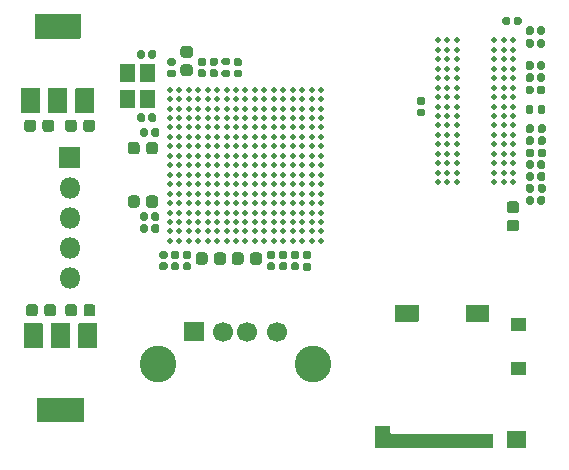
<source format=gbr>
%TF.GenerationSoftware,KiCad,Pcbnew,(5.1.7)-1*%
%TF.CreationDate,2021-06-10T10:44:12-07:00*%
%TF.ProjectId,Keychain,4b657963-6861-4696-9e2e-6b696361645f,rev?*%
%TF.SameCoordinates,Original*%
%TF.FileFunction,Soldermask,Top*%
%TF.FilePolarity,Negative*%
%FSLAX46Y46*%
G04 Gerber Fmt 4.6, Leading zero omitted, Abs format (unit mm)*
G04 Created by KiCad (PCBNEW (5.1.7)-1) date 2021-06-10 10:44:12*
%MOMM*%
%LPD*%
G01*
G04 APERTURE LIST*
%ADD10C,0.500000*%
%ADD11C,1.700000*%
%ADD12C,3.100000*%
%ADD13O,1.800000X1.800000*%
%ADD14C,0.100000*%
G04 APERTURE END LIST*
D10*
%TO.C,U1*%
X146281500Y-90524000D03*
X145481500Y-90524000D03*
X144681500Y-90524000D03*
X143881500Y-90524000D03*
X143081500Y-90524000D03*
X142281500Y-90524000D03*
X141481500Y-90524000D03*
X140681500Y-90524000D03*
X139881500Y-90524000D03*
X139081500Y-90524000D03*
X138281500Y-90524000D03*
X137481500Y-90524000D03*
X136681500Y-90524000D03*
X135881500Y-90524000D03*
X135081500Y-90524000D03*
X134281500Y-90524000D03*
X133481500Y-90524000D03*
X146281500Y-89724000D03*
X145481500Y-89724000D03*
X144681500Y-89724000D03*
X143881500Y-89724000D03*
X143081500Y-89724000D03*
X142281500Y-89724000D03*
X141481500Y-89724000D03*
X140681500Y-89724000D03*
X139881500Y-89724000D03*
X139081500Y-89724000D03*
X138281500Y-89724000D03*
X137481500Y-89724000D03*
X136681500Y-89724000D03*
X135881500Y-89724000D03*
X135081500Y-89724000D03*
X134281500Y-89724000D03*
X133481500Y-89724000D03*
X146281500Y-88924000D03*
X145481500Y-88924000D03*
X144681500Y-88924000D03*
X143881500Y-88924000D03*
X143081500Y-88924000D03*
X142281500Y-88924000D03*
X141481500Y-88924000D03*
X140681500Y-88924000D03*
X139881500Y-88924000D03*
X139081500Y-88924000D03*
X138281500Y-88924000D03*
X137481500Y-88924000D03*
X136681500Y-88924000D03*
X135881500Y-88924000D03*
X135081500Y-88924000D03*
X134281500Y-88924000D03*
X133481500Y-88924000D03*
X146281500Y-88124000D03*
X145481500Y-88124000D03*
X144681500Y-88124000D03*
X143881500Y-88124000D03*
X143081500Y-88124000D03*
X142281500Y-88124000D03*
X141481500Y-88124000D03*
X140681500Y-88124000D03*
X139881500Y-88124000D03*
X139081500Y-88124000D03*
X138281500Y-88124000D03*
X137481500Y-88124000D03*
X136681500Y-88124000D03*
X135881500Y-88124000D03*
X135081500Y-88124000D03*
X134281500Y-88124000D03*
X133481500Y-88124000D03*
X146281500Y-87324000D03*
X145481500Y-87324000D03*
X144681500Y-87324000D03*
X143881500Y-87324000D03*
X143081500Y-87324000D03*
X142281500Y-87324000D03*
X141481500Y-87324000D03*
X140681500Y-87324000D03*
X139881500Y-87324000D03*
X139081500Y-87324000D03*
X138281500Y-87324000D03*
X137481500Y-87324000D03*
X136681500Y-87324000D03*
X135881500Y-87324000D03*
X135081500Y-87324000D03*
X134281500Y-87324000D03*
X133481500Y-87324000D03*
X146281500Y-86524000D03*
X145481500Y-86524000D03*
X144681500Y-86524000D03*
X143881500Y-86524000D03*
X143081500Y-86524000D03*
X142281500Y-86524000D03*
X141481500Y-86524000D03*
X140681500Y-86524000D03*
X139881500Y-86524000D03*
X139081500Y-86524000D03*
X138281500Y-86524000D03*
X137481500Y-86524000D03*
X136681500Y-86524000D03*
X135881500Y-86524000D03*
X135081500Y-86524000D03*
X134281500Y-86524000D03*
X133481500Y-86524000D03*
X146281500Y-85724000D03*
X145481500Y-85724000D03*
X144681500Y-85724000D03*
X143881500Y-85724000D03*
X143081500Y-85724000D03*
X142281500Y-85724000D03*
X141481500Y-85724000D03*
X140681500Y-85724000D03*
X139881500Y-85724000D03*
X139081500Y-85724000D03*
X138281500Y-85724000D03*
X137481500Y-85724000D03*
X136681500Y-85724000D03*
X135881500Y-85724000D03*
X135081500Y-85724000D03*
X134281500Y-85724000D03*
X133481500Y-85724000D03*
X146281500Y-84924000D03*
X145481500Y-84924000D03*
X144681500Y-84924000D03*
X143881500Y-84924000D03*
X143081500Y-84924000D03*
X142281500Y-84924000D03*
X141481500Y-84924000D03*
X140681500Y-84924000D03*
X139881500Y-84924000D03*
X139081500Y-84924000D03*
X138281500Y-84924000D03*
X137481500Y-84924000D03*
X136681500Y-84924000D03*
X135881500Y-84924000D03*
X135081500Y-84924000D03*
X134281500Y-84924000D03*
X133481500Y-84924000D03*
X146281500Y-84124000D03*
X145481500Y-84124000D03*
X144681500Y-84124000D03*
X143881500Y-84124000D03*
X143081500Y-84124000D03*
X142281500Y-84124000D03*
X141481500Y-84124000D03*
X140681500Y-84124000D03*
X139881500Y-84124000D03*
X139081500Y-84124000D03*
X138281500Y-84124000D03*
X137481500Y-84124000D03*
X136681500Y-84124000D03*
X135881500Y-84124000D03*
X135081500Y-84124000D03*
X134281500Y-84124000D03*
X133481500Y-84124000D03*
X146281500Y-83324000D03*
X145481500Y-83324000D03*
X144681500Y-83324000D03*
X143881500Y-83324000D03*
X143081500Y-83324000D03*
X142281500Y-83324000D03*
X141481500Y-83324000D03*
X140681500Y-83324000D03*
X139881500Y-83324000D03*
X139081500Y-83324000D03*
X138281500Y-83324000D03*
X137481500Y-83324000D03*
X136681500Y-83324000D03*
X135881500Y-83324000D03*
X135081500Y-83324000D03*
X134281500Y-83324000D03*
X133481500Y-83324000D03*
X146281500Y-82524000D03*
X145481500Y-82524000D03*
X144681500Y-82524000D03*
X143881500Y-82524000D03*
X143081500Y-82524000D03*
X142281500Y-82524000D03*
X141481500Y-82524000D03*
X140681500Y-82524000D03*
X139881500Y-82524000D03*
X139081500Y-82524000D03*
X138281500Y-82524000D03*
X137481500Y-82524000D03*
X136681500Y-82524000D03*
X135881500Y-82524000D03*
X135081500Y-82524000D03*
X134281500Y-82524000D03*
X133481500Y-82524000D03*
X146281500Y-81724000D03*
X145481500Y-81724000D03*
X144681500Y-81724000D03*
X143881500Y-81724000D03*
X143081500Y-81724000D03*
X142281500Y-81724000D03*
X141481500Y-81724000D03*
X140681500Y-81724000D03*
X139881500Y-81724000D03*
X139081500Y-81724000D03*
X138281500Y-81724000D03*
X137481500Y-81724000D03*
X136681500Y-81724000D03*
X135881500Y-81724000D03*
X135081500Y-81724000D03*
X134281500Y-81724000D03*
X133481500Y-81724000D03*
X146281500Y-80924000D03*
X145481500Y-80924000D03*
X144681500Y-80924000D03*
X143881500Y-80924000D03*
X143081500Y-80924000D03*
X142281500Y-80924000D03*
X141481500Y-80924000D03*
X140681500Y-80924000D03*
X139881500Y-80924000D03*
X139081500Y-80924000D03*
X138281500Y-80924000D03*
X137481500Y-80924000D03*
X136681500Y-80924000D03*
X135881500Y-80924000D03*
X135081500Y-80924000D03*
X134281500Y-80924000D03*
X133481500Y-80924000D03*
X146281500Y-80124000D03*
X145481500Y-80124000D03*
X144681500Y-80124000D03*
X143881500Y-80124000D03*
X143081500Y-80124000D03*
X142281500Y-80124000D03*
X141481500Y-80124000D03*
X140681500Y-80124000D03*
X139881500Y-80124000D03*
X139081500Y-80124000D03*
X138281500Y-80124000D03*
X137481500Y-80124000D03*
X136681500Y-80124000D03*
X135881500Y-80124000D03*
X135081500Y-80124000D03*
X134281500Y-80124000D03*
X133481500Y-80124000D03*
X146281500Y-79324000D03*
X145481500Y-79324000D03*
X144681500Y-79324000D03*
X143881500Y-79324000D03*
X143081500Y-79324000D03*
X142281500Y-79324000D03*
X141481500Y-79324000D03*
X140681500Y-79324000D03*
X139881500Y-79324000D03*
X139081500Y-79324000D03*
X138281500Y-79324000D03*
X137481500Y-79324000D03*
X136681500Y-79324000D03*
X135881500Y-79324000D03*
X135081500Y-79324000D03*
X134281500Y-79324000D03*
X133481500Y-79324000D03*
X146281500Y-78524000D03*
X145481500Y-78524000D03*
X144681500Y-78524000D03*
X143881500Y-78524000D03*
X143081500Y-78524000D03*
X142281500Y-78524000D03*
X141481500Y-78524000D03*
X140681500Y-78524000D03*
X139881500Y-78524000D03*
X139081500Y-78524000D03*
X138281500Y-78524000D03*
X137481500Y-78524000D03*
X136681500Y-78524000D03*
X135881500Y-78524000D03*
X135081500Y-78524000D03*
X134281500Y-78524000D03*
X133481500Y-78524000D03*
X146281500Y-77724000D03*
X145481500Y-77724000D03*
X144681500Y-77724000D03*
X143881500Y-77724000D03*
X143081500Y-77724000D03*
X142281500Y-77724000D03*
X141481500Y-77724000D03*
X140681500Y-77724000D03*
X139881500Y-77724000D03*
X139081500Y-77724000D03*
X138281500Y-77724000D03*
X137481500Y-77724000D03*
X136681500Y-77724000D03*
X135881500Y-77724000D03*
X135081500Y-77724000D03*
X134281500Y-77724000D03*
X133481500Y-77724000D03*
%TD*%
%TO.C,C27*%
G36*
G01*
X164600000Y-87295000D02*
X164600000Y-86905000D01*
G75*
G02*
X164765000Y-86740000I165000J0D01*
G01*
X165095000Y-86740000D01*
G75*
G02*
X165260000Y-86905000I0J-165000D01*
G01*
X165260000Y-87295000D01*
G75*
G02*
X165095000Y-87460000I-165000J0D01*
G01*
X164765000Y-87460000D01*
G75*
G02*
X164600000Y-87295000I0J165000D01*
G01*
G37*
G36*
G01*
X163640000Y-87295000D02*
X163640000Y-86905000D01*
G75*
G02*
X163805000Y-86740000I165000J0D01*
G01*
X164135000Y-86740000D01*
G75*
G02*
X164300000Y-86905000I0J-165000D01*
G01*
X164300000Y-87295000D01*
G75*
G02*
X164135000Y-87460000I-165000J0D01*
G01*
X163805000Y-87460000D01*
G75*
G02*
X163640000Y-87295000I0J165000D01*
G01*
G37*
%TD*%
%TO.C,Y1*%
G36*
G01*
X130975000Y-75550000D02*
X132175000Y-75550000D01*
G75*
G02*
X132225000Y-75600000I0J-50000D01*
G01*
X132225000Y-77000000D01*
G75*
G02*
X132175000Y-77050000I-50000J0D01*
G01*
X130975000Y-77050000D01*
G75*
G02*
X130925000Y-77000000I0J50000D01*
G01*
X130925000Y-75600000D01*
G75*
G02*
X130975000Y-75550000I50000J0D01*
G01*
G37*
G36*
G01*
X130975000Y-77750000D02*
X132175000Y-77750000D01*
G75*
G02*
X132225000Y-77800000I0J-50000D01*
G01*
X132225000Y-79200000D01*
G75*
G02*
X132175000Y-79250000I-50000J0D01*
G01*
X130975000Y-79250000D01*
G75*
G02*
X130925000Y-79200000I0J50000D01*
G01*
X130925000Y-77800000D01*
G75*
G02*
X130975000Y-77750000I50000J0D01*
G01*
G37*
G36*
G01*
X129275000Y-77750000D02*
X130475000Y-77750000D01*
G75*
G02*
X130525000Y-77800000I0J-50000D01*
G01*
X130525000Y-79200000D01*
G75*
G02*
X130475000Y-79250000I-50000J0D01*
G01*
X129275000Y-79250000D01*
G75*
G02*
X129225000Y-79200000I0J50000D01*
G01*
X129225000Y-77800000D01*
G75*
G02*
X129275000Y-77750000I50000J0D01*
G01*
G37*
G36*
G01*
X129275000Y-75550000D02*
X130475000Y-75550000D01*
G75*
G02*
X130525000Y-75600000I0J-50000D01*
G01*
X130525000Y-77000000D01*
G75*
G02*
X130475000Y-77050000I-50000J0D01*
G01*
X129275000Y-77050000D01*
G75*
G02*
X129225000Y-77000000I0J50000D01*
G01*
X129225000Y-75600000D01*
G75*
G02*
X129275000Y-75550000I50000J0D01*
G01*
G37*
%TD*%
%TO.C,U4*%
G36*
G01*
X122425000Y-79700000D02*
X120925000Y-79700000D01*
G75*
G02*
X120875000Y-79650000I0J50000D01*
G01*
X120875000Y-77650000D01*
G75*
G02*
X120925000Y-77600000I50000J0D01*
G01*
X122425000Y-77600000D01*
G75*
G02*
X122475000Y-77650000I0J-50000D01*
G01*
X122475000Y-79650000D01*
G75*
G02*
X122425000Y-79700000I-50000J0D01*
G01*
G37*
G36*
G01*
X127025000Y-79700000D02*
X125525000Y-79700000D01*
G75*
G02*
X125475000Y-79650000I0J50000D01*
G01*
X125475000Y-77650000D01*
G75*
G02*
X125525000Y-77600000I50000J0D01*
G01*
X127025000Y-77600000D01*
G75*
G02*
X127075000Y-77650000I0J-50000D01*
G01*
X127075000Y-79650000D01*
G75*
G02*
X127025000Y-79700000I-50000J0D01*
G01*
G37*
G36*
G01*
X124725000Y-79700000D02*
X123225000Y-79700000D01*
G75*
G02*
X123175000Y-79650000I0J50000D01*
G01*
X123175000Y-77650000D01*
G75*
G02*
X123225000Y-77600000I50000J0D01*
G01*
X124725000Y-77600000D01*
G75*
G02*
X124775000Y-77650000I0J-50000D01*
G01*
X124775000Y-79650000D01*
G75*
G02*
X124725000Y-79700000I-50000J0D01*
G01*
G37*
G36*
G01*
X125875000Y-73400000D02*
X122075000Y-73400000D01*
G75*
G02*
X122025000Y-73350000I0J50000D01*
G01*
X122025000Y-71350000D01*
G75*
G02*
X122075000Y-71300000I50000J0D01*
G01*
X125875000Y-71300000D01*
G75*
G02*
X125925000Y-71350000I0J-50000D01*
G01*
X125925000Y-73350000D01*
G75*
G02*
X125875000Y-73400000I-50000J0D01*
G01*
G37*
%TD*%
%TO.C,U3*%
G36*
G01*
X125775000Y-97500000D02*
X127275000Y-97500000D01*
G75*
G02*
X127325000Y-97550000I0J-50000D01*
G01*
X127325000Y-99550000D01*
G75*
G02*
X127275000Y-99600000I-50000J0D01*
G01*
X125775000Y-99600000D01*
G75*
G02*
X125725000Y-99550000I0J50000D01*
G01*
X125725000Y-97550000D01*
G75*
G02*
X125775000Y-97500000I50000J0D01*
G01*
G37*
G36*
G01*
X121175000Y-97500000D02*
X122675000Y-97500000D01*
G75*
G02*
X122725000Y-97550000I0J-50000D01*
G01*
X122725000Y-99550000D01*
G75*
G02*
X122675000Y-99600000I-50000J0D01*
G01*
X121175000Y-99600000D01*
G75*
G02*
X121125000Y-99550000I0J50000D01*
G01*
X121125000Y-97550000D01*
G75*
G02*
X121175000Y-97500000I50000J0D01*
G01*
G37*
G36*
G01*
X123475000Y-97500000D02*
X124975000Y-97500000D01*
G75*
G02*
X125025000Y-97550000I0J-50000D01*
G01*
X125025000Y-99550000D01*
G75*
G02*
X124975000Y-99600000I-50000J0D01*
G01*
X123475000Y-99600000D01*
G75*
G02*
X123425000Y-99550000I0J50000D01*
G01*
X123425000Y-97550000D01*
G75*
G02*
X123475000Y-97500000I50000J0D01*
G01*
G37*
G36*
G01*
X122325000Y-103800000D02*
X126125000Y-103800000D01*
G75*
G02*
X126175000Y-103850000I0J-50000D01*
G01*
X126175000Y-105850000D01*
G75*
G02*
X126125000Y-105900000I-50000J0D01*
G01*
X122325000Y-105900000D01*
G75*
G02*
X122275000Y-105850000I0J50000D01*
G01*
X122275000Y-103850000D01*
G75*
G02*
X122325000Y-103800000I50000J0D01*
G01*
G37*
%TD*%
%TO.C,R8*%
G36*
G01*
X164285000Y-81840000D02*
X164285000Y-82260000D01*
G75*
G02*
X164125000Y-82420000I-160000J0D01*
G01*
X163805000Y-82420000D01*
G75*
G02*
X163645000Y-82260000I0J160000D01*
G01*
X163645000Y-81840000D01*
G75*
G02*
X163805000Y-81680000I160000J0D01*
G01*
X164125000Y-81680000D01*
G75*
G02*
X164285000Y-81840000I0J-160000D01*
G01*
G37*
G36*
G01*
X165305000Y-81840000D02*
X165305000Y-82260000D01*
G75*
G02*
X165145000Y-82420000I-160000J0D01*
G01*
X164825000Y-82420000D01*
G75*
G02*
X164665000Y-82260000I0J160000D01*
G01*
X164665000Y-81840000D01*
G75*
G02*
X164825000Y-81680000I160000J0D01*
G01*
X165145000Y-81680000D01*
G75*
G02*
X165305000Y-81840000I0J-160000D01*
G01*
G37*
%TD*%
%TO.C,R4*%
G36*
G01*
X138015000Y-76040000D02*
X138435000Y-76040000D01*
G75*
G02*
X138595000Y-76200000I0J-160000D01*
G01*
X138595000Y-76520000D01*
G75*
G02*
X138435000Y-76680000I-160000J0D01*
G01*
X138015000Y-76680000D01*
G75*
G02*
X137855000Y-76520000I0J160000D01*
G01*
X137855000Y-76200000D01*
G75*
G02*
X138015000Y-76040000I160000J0D01*
G01*
G37*
G36*
G01*
X138015000Y-75020000D02*
X138435000Y-75020000D01*
G75*
G02*
X138595000Y-75180000I0J-160000D01*
G01*
X138595000Y-75500000D01*
G75*
G02*
X138435000Y-75660000I-160000J0D01*
G01*
X138015000Y-75660000D01*
G75*
G02*
X137855000Y-75500000I0J160000D01*
G01*
X137855000Y-75180000D01*
G75*
G02*
X138015000Y-75020000I160000J0D01*
G01*
G37*
%TD*%
%TO.C,R3*%
G36*
G01*
X164665000Y-81235000D02*
X164665000Y-80815000D01*
G75*
G02*
X164825000Y-80655000I160000J0D01*
G01*
X165145000Y-80655000D01*
G75*
G02*
X165305000Y-80815000I0J-160000D01*
G01*
X165305000Y-81235000D01*
G75*
G02*
X165145000Y-81395000I-160000J0D01*
G01*
X164825000Y-81395000D01*
G75*
G02*
X164665000Y-81235000I0J160000D01*
G01*
G37*
G36*
G01*
X163645000Y-81235000D02*
X163645000Y-80815000D01*
G75*
G02*
X163805000Y-80655000I160000J0D01*
G01*
X164125000Y-80655000D01*
G75*
G02*
X164285000Y-80815000I0J-160000D01*
G01*
X164285000Y-81235000D01*
G75*
G02*
X164125000Y-81395000I-160000J0D01*
G01*
X163805000Y-81395000D01*
G75*
G02*
X163645000Y-81235000I0J160000D01*
G01*
G37*
%TD*%
%TO.C,R1*%
G36*
G01*
X144890000Y-92415000D02*
X145310000Y-92415000D01*
G75*
G02*
X145470000Y-92575000I0J-160000D01*
G01*
X145470000Y-92895000D01*
G75*
G02*
X145310000Y-93055000I-160000J0D01*
G01*
X144890000Y-93055000D01*
G75*
G02*
X144730000Y-92895000I0J160000D01*
G01*
X144730000Y-92575000D01*
G75*
G02*
X144890000Y-92415000I160000J0D01*
G01*
G37*
G36*
G01*
X144890000Y-91395000D02*
X145310000Y-91395000D01*
G75*
G02*
X145470000Y-91555000I0J-160000D01*
G01*
X145470000Y-91875000D01*
G75*
G02*
X145310000Y-92035000I-160000J0D01*
G01*
X144890000Y-92035000D01*
G75*
G02*
X144730000Y-91875000I0J160000D01*
G01*
X144730000Y-91555000D01*
G75*
G02*
X144890000Y-91395000I160000J0D01*
G01*
G37*
%TD*%
D11*
%TO.C,J3*%
X142525000Y-98200000D03*
X140025000Y-98200000D03*
X138025000Y-98200000D03*
G36*
G01*
X134675000Y-98950000D02*
X134675000Y-97450000D01*
G75*
G02*
X134725000Y-97400000I50000J0D01*
G01*
X136325000Y-97400000D01*
G75*
G02*
X136375000Y-97450000I0J-50000D01*
G01*
X136375000Y-98950000D01*
G75*
G02*
X136325000Y-99000000I-50000J0D01*
G01*
X134725000Y-99000000D01*
G75*
G02*
X134675000Y-98950000I0J50000D01*
G01*
G37*
D12*
X145595000Y-100910000D03*
X132455000Y-100910000D03*
%TD*%
D13*
%TO.C,J2*%
X125000000Y-93635000D03*
X125000000Y-91095000D03*
X125000000Y-88555000D03*
X125000000Y-86015000D03*
G36*
G01*
X124100000Y-84325000D02*
X124100000Y-82625000D01*
G75*
G02*
X124150000Y-82575000I50000J0D01*
G01*
X125850000Y-82575000D01*
G75*
G02*
X125900000Y-82625000I0J-50000D01*
G01*
X125900000Y-84325000D01*
G75*
G02*
X125850000Y-84375000I-50000J0D01*
G01*
X124150000Y-84375000D01*
G75*
G02*
X124100000Y-84325000I0J50000D01*
G01*
G37*
%TD*%
%TO.C,J1*%
G36*
G01*
X154545000Y-95975000D02*
X154545000Y-97325000D01*
G75*
G02*
X154495000Y-97375000I-50000J0D01*
G01*
X152595000Y-97375000D01*
G75*
G02*
X152545000Y-97325000I0J50000D01*
G01*
X152545000Y-95975000D01*
G75*
G02*
X152595000Y-95925000I50000J0D01*
G01*
X154495000Y-95925000D01*
G75*
G02*
X154545000Y-95975000I0J-50000D01*
G01*
G37*
G36*
G01*
X160515000Y-95975000D02*
X160515000Y-97325000D01*
G75*
G02*
X160465000Y-97375000I-50000J0D01*
G01*
X158565000Y-97375000D01*
G75*
G02*
X158515000Y-97325000I0J50000D01*
G01*
X158515000Y-95975000D01*
G75*
G02*
X158565000Y-95925000I50000J0D01*
G01*
X160465000Y-95925000D01*
G75*
G02*
X160515000Y-95975000I0J-50000D01*
G01*
G37*
G36*
G01*
X163665000Y-100825000D02*
X163665000Y-101825000D01*
G75*
G02*
X163615000Y-101875000I-50000J0D01*
G01*
X162415000Y-101875000D01*
G75*
G02*
X162365000Y-101825000I0J50000D01*
G01*
X162365000Y-100825000D01*
G75*
G02*
X162415000Y-100775000I50000J0D01*
G01*
X163615000Y-100775000D01*
G75*
G02*
X163665000Y-100825000I0J-50000D01*
G01*
G37*
G36*
G01*
X163665000Y-97125000D02*
X163665000Y-98125000D01*
G75*
G02*
X163615000Y-98175000I-50000J0D01*
G01*
X162415000Y-98175000D01*
G75*
G02*
X162365000Y-98125000I0J50000D01*
G01*
X162365000Y-97125000D01*
G75*
G02*
X162415000Y-97075000I50000J0D01*
G01*
X163615000Y-97075000D01*
G75*
G02*
X163665000Y-97125000I0J-50000D01*
G01*
G37*
G36*
G01*
X163665000Y-106675000D02*
X163665000Y-108025000D01*
G75*
G02*
X163615000Y-108075000I-50000J0D01*
G01*
X162065000Y-108075000D01*
G75*
G02*
X162015000Y-108025000I0J50000D01*
G01*
X162015000Y-106675000D01*
G75*
G02*
X162065000Y-106625000I50000J0D01*
G01*
X163615000Y-106625000D01*
G75*
G02*
X163665000Y-106675000I0J-50000D01*
G01*
G37*
G36*
G01*
X152155000Y-106225000D02*
X152155000Y-108025000D01*
G75*
G02*
X152105000Y-108075000I-50000J0D01*
G01*
X150935000Y-108075000D01*
G75*
G02*
X150885000Y-108025000I0J50000D01*
G01*
X150885000Y-106225000D01*
G75*
G02*
X150935000Y-106175000I50000J0D01*
G01*
X152105000Y-106175000D01*
G75*
G02*
X152155000Y-106225000I0J-50000D01*
G01*
G37*
G36*
G01*
X154255000Y-106925000D02*
X154255000Y-108025000D01*
G75*
G02*
X154205000Y-108075000I-50000J0D01*
G01*
X153355000Y-108075000D01*
G75*
G02*
X153305000Y-108025000I0J50000D01*
G01*
X153305000Y-106925000D01*
G75*
G02*
X153355000Y-106875000I50000J0D01*
G01*
X154205000Y-106875000D01*
G75*
G02*
X154255000Y-106925000I0J-50000D01*
G01*
G37*
G36*
G01*
X155355000Y-106925000D02*
X155355000Y-108025000D01*
G75*
G02*
X155305000Y-108075000I-50000J0D01*
G01*
X154455000Y-108075000D01*
G75*
G02*
X154405000Y-108025000I0J50000D01*
G01*
X154405000Y-106925000D01*
G75*
G02*
X154455000Y-106875000I50000J0D01*
G01*
X155305000Y-106875000D01*
G75*
G02*
X155355000Y-106925000I0J-50000D01*
G01*
G37*
G36*
G01*
X156455000Y-106925000D02*
X156455000Y-108025000D01*
G75*
G02*
X156405000Y-108075000I-50000J0D01*
G01*
X155555000Y-108075000D01*
G75*
G02*
X155505000Y-108025000I0J50000D01*
G01*
X155505000Y-106925000D01*
G75*
G02*
X155555000Y-106875000I50000J0D01*
G01*
X156405000Y-106875000D01*
G75*
G02*
X156455000Y-106925000I0J-50000D01*
G01*
G37*
G36*
G01*
X157555000Y-106925000D02*
X157555000Y-108025000D01*
G75*
G02*
X157505000Y-108075000I-50000J0D01*
G01*
X156655000Y-108075000D01*
G75*
G02*
X156605000Y-108025000I0J50000D01*
G01*
X156605000Y-106925000D01*
G75*
G02*
X156655000Y-106875000I50000J0D01*
G01*
X157505000Y-106875000D01*
G75*
G02*
X157555000Y-106925000I0J-50000D01*
G01*
G37*
G36*
G01*
X158655000Y-106925000D02*
X158655000Y-108025000D01*
G75*
G02*
X158605000Y-108075000I-50000J0D01*
G01*
X157755000Y-108075000D01*
G75*
G02*
X157705000Y-108025000I0J50000D01*
G01*
X157705000Y-106925000D01*
G75*
G02*
X157755000Y-106875000I50000J0D01*
G01*
X158605000Y-106875000D01*
G75*
G02*
X158655000Y-106925000I0J-50000D01*
G01*
G37*
G36*
G01*
X159755000Y-106925000D02*
X159755000Y-108025000D01*
G75*
G02*
X159705000Y-108075000I-50000J0D01*
G01*
X158855000Y-108075000D01*
G75*
G02*
X158805000Y-108025000I0J50000D01*
G01*
X158805000Y-106925000D01*
G75*
G02*
X158855000Y-106875000I50000J0D01*
G01*
X159705000Y-106875000D01*
G75*
G02*
X159755000Y-106925000I0J-50000D01*
G01*
G37*
G36*
G01*
X153155000Y-106925000D02*
X153155000Y-108025000D01*
G75*
G02*
X153105000Y-108075000I-50000J0D01*
G01*
X152355000Y-108075000D01*
G75*
G02*
X152305000Y-108025000I0J50000D01*
G01*
X152305000Y-106925000D01*
G75*
G02*
X152355000Y-106875000I50000J0D01*
G01*
X153105000Y-106875000D01*
G75*
G02*
X153155000Y-106925000I0J-50000D01*
G01*
G37*
G36*
G01*
X160855000Y-106925000D02*
X160855000Y-108025000D01*
G75*
G02*
X160805000Y-108075000I-50000J0D01*
G01*
X159955000Y-108075000D01*
G75*
G02*
X159905000Y-108025000I0J50000D01*
G01*
X159905000Y-106925000D01*
G75*
G02*
X159955000Y-106875000I50000J0D01*
G01*
X160805000Y-106875000D01*
G75*
G02*
X160855000Y-106925000I0J-50000D01*
G01*
G37*
%TD*%
%TO.C,C39*%
G36*
G01*
X154945000Y-79025000D02*
X154555000Y-79025000D01*
G75*
G02*
X154390000Y-78860000I0J165000D01*
G01*
X154390000Y-78530000D01*
G75*
G02*
X154555000Y-78365000I165000J0D01*
G01*
X154945000Y-78365000D01*
G75*
G02*
X155110000Y-78530000I0J-165000D01*
G01*
X155110000Y-78860000D01*
G75*
G02*
X154945000Y-79025000I-165000J0D01*
G01*
G37*
G36*
G01*
X154945000Y-79985000D02*
X154555000Y-79985000D01*
G75*
G02*
X154390000Y-79820000I0J165000D01*
G01*
X154390000Y-79490000D01*
G75*
G02*
X154555000Y-79325000I165000J0D01*
G01*
X154945000Y-79325000D01*
G75*
G02*
X155110000Y-79490000I0J-165000D01*
G01*
X155110000Y-79820000D01*
G75*
G02*
X154945000Y-79985000I-165000J0D01*
G01*
G37*
%TD*%
%TO.C,C38*%
G36*
G01*
X164575000Y-75870000D02*
X164575000Y-75480000D01*
G75*
G02*
X164740000Y-75315000I165000J0D01*
G01*
X165070000Y-75315000D01*
G75*
G02*
X165235000Y-75480000I0J-165000D01*
G01*
X165235000Y-75870000D01*
G75*
G02*
X165070000Y-76035000I-165000J0D01*
G01*
X164740000Y-76035000D01*
G75*
G02*
X164575000Y-75870000I0J165000D01*
G01*
G37*
G36*
G01*
X163615000Y-75870000D02*
X163615000Y-75480000D01*
G75*
G02*
X163780000Y-75315000I165000J0D01*
G01*
X164110000Y-75315000D01*
G75*
G02*
X164275000Y-75480000I0J-165000D01*
G01*
X164275000Y-75870000D01*
G75*
G02*
X164110000Y-76035000I-165000J0D01*
G01*
X163780000Y-76035000D01*
G75*
G02*
X163615000Y-75870000I0J165000D01*
G01*
G37*
%TD*%
%TO.C,C37*%
G36*
G01*
X164575000Y-72920000D02*
X164575000Y-72530000D01*
G75*
G02*
X164740000Y-72365000I165000J0D01*
G01*
X165070000Y-72365000D01*
G75*
G02*
X165235000Y-72530000I0J-165000D01*
G01*
X165235000Y-72920000D01*
G75*
G02*
X165070000Y-73085000I-165000J0D01*
G01*
X164740000Y-73085000D01*
G75*
G02*
X164575000Y-72920000I0J165000D01*
G01*
G37*
G36*
G01*
X163615000Y-72920000D02*
X163615000Y-72530000D01*
G75*
G02*
X163780000Y-72365000I165000J0D01*
G01*
X164110000Y-72365000D01*
G75*
G02*
X164275000Y-72530000I0J-165000D01*
G01*
X164275000Y-72920000D01*
G75*
G02*
X164110000Y-73085000I-165000J0D01*
G01*
X163780000Y-73085000D01*
G75*
G02*
X163615000Y-72920000I0J165000D01*
G01*
G37*
%TD*%
%TO.C,C36*%
G36*
G01*
X139445000Y-75725000D02*
X139055000Y-75725000D01*
G75*
G02*
X138890000Y-75560000I0J165000D01*
G01*
X138890000Y-75230000D01*
G75*
G02*
X139055000Y-75065000I165000J0D01*
G01*
X139445000Y-75065000D01*
G75*
G02*
X139610000Y-75230000I0J-165000D01*
G01*
X139610000Y-75560000D01*
G75*
G02*
X139445000Y-75725000I-165000J0D01*
G01*
G37*
G36*
G01*
X139445000Y-76685000D02*
X139055000Y-76685000D01*
G75*
G02*
X138890000Y-76520000I0J165000D01*
G01*
X138890000Y-76190000D01*
G75*
G02*
X139055000Y-76025000I165000J0D01*
G01*
X139445000Y-76025000D01*
G75*
G02*
X139610000Y-76190000I0J-165000D01*
G01*
X139610000Y-76520000D01*
G75*
G02*
X139445000Y-76685000I-165000J0D01*
G01*
G37*
%TD*%
%TO.C,C32*%
G36*
G01*
X131675000Y-74920000D02*
X131675000Y-74530000D01*
G75*
G02*
X131840000Y-74365000I165000J0D01*
G01*
X132170000Y-74365000D01*
G75*
G02*
X132335000Y-74530000I0J-165000D01*
G01*
X132335000Y-74920000D01*
G75*
G02*
X132170000Y-75085000I-165000J0D01*
G01*
X131840000Y-75085000D01*
G75*
G02*
X131675000Y-74920000I0J165000D01*
G01*
G37*
G36*
G01*
X130715000Y-74920000D02*
X130715000Y-74530000D01*
G75*
G02*
X130880000Y-74365000I165000J0D01*
G01*
X131210000Y-74365000D01*
G75*
G02*
X131375000Y-74530000I0J-165000D01*
G01*
X131375000Y-74920000D01*
G75*
G02*
X131210000Y-75085000I-165000J0D01*
G01*
X130880000Y-75085000D01*
G75*
G02*
X130715000Y-74920000I0J165000D01*
G01*
G37*
%TD*%
%TO.C,C30*%
G36*
G01*
X131375000Y-79905000D02*
X131375000Y-80295000D01*
G75*
G02*
X131210000Y-80460000I-165000J0D01*
G01*
X130880000Y-80460000D01*
G75*
G02*
X130715000Y-80295000I0J165000D01*
G01*
X130715000Y-79905000D01*
G75*
G02*
X130880000Y-79740000I165000J0D01*
G01*
X131210000Y-79740000D01*
G75*
G02*
X131375000Y-79905000I0J-165000D01*
G01*
G37*
G36*
G01*
X132335000Y-79905000D02*
X132335000Y-80295000D01*
G75*
G02*
X132170000Y-80460000I-165000J0D01*
G01*
X131840000Y-80460000D01*
G75*
G02*
X131675000Y-80295000I0J165000D01*
G01*
X131675000Y-79905000D01*
G75*
G02*
X131840000Y-79740000I165000J0D01*
G01*
X132170000Y-79740000D01*
G75*
G02*
X132335000Y-79905000I0J-165000D01*
G01*
G37*
%TD*%
%TO.C,C22*%
G36*
G01*
X122150000Y-80500000D02*
X122150000Y-81050000D01*
G75*
G02*
X121900000Y-81300000I-250000J0D01*
G01*
X121400000Y-81300000D01*
G75*
G02*
X121150000Y-81050000I0J250000D01*
G01*
X121150000Y-80500000D01*
G75*
G02*
X121400000Y-80250000I250000J0D01*
G01*
X121900000Y-80250000D01*
G75*
G02*
X122150000Y-80500000I0J-250000D01*
G01*
G37*
G36*
G01*
X123700000Y-80500000D02*
X123700000Y-81050000D01*
G75*
G02*
X123450000Y-81300000I-250000J0D01*
G01*
X122950000Y-81300000D01*
G75*
G02*
X122700000Y-81050000I0J250000D01*
G01*
X122700000Y-80500000D01*
G75*
G02*
X122950000Y-80250000I250000J0D01*
G01*
X123450000Y-80250000D01*
G75*
G02*
X123700000Y-80500000I0J-250000D01*
G01*
G37*
%TD*%
%TO.C,C20*%
G36*
G01*
X126150000Y-81050000D02*
X126150000Y-80500000D01*
G75*
G02*
X126400000Y-80250000I250000J0D01*
G01*
X126900000Y-80250000D01*
G75*
G02*
X127150000Y-80500000I0J-250000D01*
G01*
X127150000Y-81050000D01*
G75*
G02*
X126900000Y-81300000I-250000J0D01*
G01*
X126400000Y-81300000D01*
G75*
G02*
X126150000Y-81050000I0J250000D01*
G01*
G37*
G36*
G01*
X124600000Y-81050000D02*
X124600000Y-80500000D01*
G75*
G02*
X124850000Y-80250000I250000J0D01*
G01*
X125350000Y-80250000D01*
G75*
G02*
X125600000Y-80500000I0J-250000D01*
G01*
X125600000Y-81050000D01*
G75*
G02*
X125350000Y-81300000I-250000J0D01*
G01*
X124850000Y-81300000D01*
G75*
G02*
X124600000Y-81050000I0J250000D01*
G01*
G37*
%TD*%
%TO.C,C19*%
G36*
G01*
X130925000Y-82400000D02*
X130925000Y-82950000D01*
G75*
G02*
X130675000Y-83200000I-250000J0D01*
G01*
X130175000Y-83200000D01*
G75*
G02*
X129925000Y-82950000I0J250000D01*
G01*
X129925000Y-82400000D01*
G75*
G02*
X130175000Y-82150000I250000J0D01*
G01*
X130675000Y-82150000D01*
G75*
G02*
X130925000Y-82400000I0J-250000D01*
G01*
G37*
G36*
G01*
X132475000Y-82400000D02*
X132475000Y-82950000D01*
G75*
G02*
X132225000Y-83200000I-250000J0D01*
G01*
X131725000Y-83200000D01*
G75*
G02*
X131475000Y-82950000I0J250000D01*
G01*
X131475000Y-82400000D01*
G75*
G02*
X131725000Y-82150000I250000J0D01*
G01*
X132225000Y-82150000D01*
G75*
G02*
X132475000Y-82400000I0J-250000D01*
G01*
G37*
%TD*%
%TO.C,C18*%
G36*
G01*
X137225000Y-92300000D02*
X137225000Y-91750000D01*
G75*
G02*
X137475000Y-91500000I250000J0D01*
G01*
X137975000Y-91500000D01*
G75*
G02*
X138225000Y-91750000I0J-250000D01*
G01*
X138225000Y-92300000D01*
G75*
G02*
X137975000Y-92550000I-250000J0D01*
G01*
X137475000Y-92550000D01*
G75*
G02*
X137225000Y-92300000I0J250000D01*
G01*
G37*
G36*
G01*
X135675000Y-92300000D02*
X135675000Y-91750000D01*
G75*
G02*
X135925000Y-91500000I250000J0D01*
G01*
X136425000Y-91500000D01*
G75*
G02*
X136675000Y-91750000I0J-250000D01*
G01*
X136675000Y-92300000D01*
G75*
G02*
X136425000Y-92550000I-250000J0D01*
G01*
X135925000Y-92550000D01*
G75*
G02*
X135675000Y-92300000I0J250000D01*
G01*
G37*
%TD*%
%TO.C,C17*%
G36*
G01*
X131625000Y-81155000D02*
X131625000Y-81545000D01*
G75*
G02*
X131460000Y-81710000I-165000J0D01*
G01*
X131130000Y-81710000D01*
G75*
G02*
X130965000Y-81545000I0J165000D01*
G01*
X130965000Y-81155000D01*
G75*
G02*
X131130000Y-80990000I165000J0D01*
G01*
X131460000Y-80990000D01*
G75*
G02*
X131625000Y-81155000I0J-165000D01*
G01*
G37*
G36*
G01*
X132585000Y-81155000D02*
X132585000Y-81545000D01*
G75*
G02*
X132420000Y-81710000I-165000J0D01*
G01*
X132090000Y-81710000D01*
G75*
G02*
X131925000Y-81545000I0J165000D01*
G01*
X131925000Y-81155000D01*
G75*
G02*
X132090000Y-80990000I165000J0D01*
G01*
X132420000Y-80990000D01*
G75*
G02*
X132585000Y-81155000I0J-165000D01*
G01*
G37*
%TD*%
%TO.C,C16*%
G36*
G01*
X130925000Y-86925000D02*
X130925000Y-87475000D01*
G75*
G02*
X130675000Y-87725000I-250000J0D01*
G01*
X130175000Y-87725000D01*
G75*
G02*
X129925000Y-87475000I0J250000D01*
G01*
X129925000Y-86925000D01*
G75*
G02*
X130175000Y-86675000I250000J0D01*
G01*
X130675000Y-86675000D01*
G75*
G02*
X130925000Y-86925000I0J-250000D01*
G01*
G37*
G36*
G01*
X132475000Y-86925000D02*
X132475000Y-87475000D01*
G75*
G02*
X132225000Y-87725000I-250000J0D01*
G01*
X131725000Y-87725000D01*
G75*
G02*
X131475000Y-87475000I0J250000D01*
G01*
X131475000Y-86925000D01*
G75*
G02*
X131725000Y-86675000I250000J0D01*
G01*
X132225000Y-86675000D01*
G75*
G02*
X132475000Y-86925000I0J-250000D01*
G01*
G37*
%TD*%
%TO.C,C15*%
G36*
G01*
X134730000Y-92350000D02*
X135120000Y-92350000D01*
G75*
G02*
X135285000Y-92515000I0J-165000D01*
G01*
X135285000Y-92845000D01*
G75*
G02*
X135120000Y-93010000I-165000J0D01*
G01*
X134730000Y-93010000D01*
G75*
G02*
X134565000Y-92845000I0J165000D01*
G01*
X134565000Y-92515000D01*
G75*
G02*
X134730000Y-92350000I165000J0D01*
G01*
G37*
G36*
G01*
X134730000Y-91390000D02*
X135120000Y-91390000D01*
G75*
G02*
X135285000Y-91555000I0J-165000D01*
G01*
X135285000Y-91885000D01*
G75*
G02*
X135120000Y-92050000I-165000J0D01*
G01*
X134730000Y-92050000D01*
G75*
G02*
X134565000Y-91885000I0J165000D01*
G01*
X134565000Y-91555000D01*
G75*
G02*
X134730000Y-91390000I165000J0D01*
G01*
G37*
%TD*%
%TO.C,C14*%
G36*
G01*
X135175000Y-75025000D02*
X134625000Y-75025000D01*
G75*
G02*
X134375000Y-74775000I0J250000D01*
G01*
X134375000Y-74275000D01*
G75*
G02*
X134625000Y-74025000I250000J0D01*
G01*
X135175000Y-74025000D01*
G75*
G02*
X135425000Y-74275000I0J-250000D01*
G01*
X135425000Y-74775000D01*
G75*
G02*
X135175000Y-75025000I-250000J0D01*
G01*
G37*
G36*
G01*
X135175000Y-76575000D02*
X134625000Y-76575000D01*
G75*
G02*
X134375000Y-76325000I0J250000D01*
G01*
X134375000Y-75825000D01*
G75*
G02*
X134625000Y-75575000I250000J0D01*
G01*
X135175000Y-75575000D01*
G75*
G02*
X135425000Y-75825000I0J-250000D01*
G01*
X135425000Y-76325000D01*
G75*
G02*
X135175000Y-76575000I-250000J0D01*
G01*
G37*
%TD*%
%TO.C,C13*%
G36*
G01*
X131625000Y-88280000D02*
X131625000Y-88670000D01*
G75*
G02*
X131460000Y-88835000I-165000J0D01*
G01*
X131130000Y-88835000D01*
G75*
G02*
X130965000Y-88670000I0J165000D01*
G01*
X130965000Y-88280000D01*
G75*
G02*
X131130000Y-88115000I165000J0D01*
G01*
X131460000Y-88115000D01*
G75*
G02*
X131625000Y-88280000I0J-165000D01*
G01*
G37*
G36*
G01*
X132585000Y-88280000D02*
X132585000Y-88670000D01*
G75*
G02*
X132420000Y-88835000I-165000J0D01*
G01*
X132090000Y-88835000D01*
G75*
G02*
X131925000Y-88670000I0J165000D01*
G01*
X131925000Y-88280000D01*
G75*
G02*
X132090000Y-88115000I165000J0D01*
G01*
X132420000Y-88115000D01*
G75*
G02*
X132585000Y-88280000I0J-165000D01*
G01*
G37*
%TD*%
%TO.C,C12*%
G36*
G01*
X132730000Y-92350000D02*
X133120000Y-92350000D01*
G75*
G02*
X133285000Y-92515000I0J-165000D01*
G01*
X133285000Y-92845000D01*
G75*
G02*
X133120000Y-93010000I-165000J0D01*
G01*
X132730000Y-93010000D01*
G75*
G02*
X132565000Y-92845000I0J165000D01*
G01*
X132565000Y-92515000D01*
G75*
G02*
X132730000Y-92350000I165000J0D01*
G01*
G37*
G36*
G01*
X132730000Y-91390000D02*
X133120000Y-91390000D01*
G75*
G02*
X133285000Y-91555000I0J-165000D01*
G01*
X133285000Y-91885000D01*
G75*
G02*
X133120000Y-92050000I-165000J0D01*
G01*
X132730000Y-92050000D01*
G75*
G02*
X132565000Y-91885000I0J165000D01*
G01*
X132565000Y-91555000D01*
G75*
G02*
X132730000Y-91390000I165000J0D01*
G01*
G37*
%TD*%
%TO.C,C11*%
G36*
G01*
X137395000Y-75700000D02*
X137005000Y-75700000D01*
G75*
G02*
X136840000Y-75535000I0J165000D01*
G01*
X136840000Y-75205000D01*
G75*
G02*
X137005000Y-75040000I165000J0D01*
G01*
X137395000Y-75040000D01*
G75*
G02*
X137560000Y-75205000I0J-165000D01*
G01*
X137560000Y-75535000D01*
G75*
G02*
X137395000Y-75700000I-165000J0D01*
G01*
G37*
G36*
G01*
X137395000Y-76660000D02*
X137005000Y-76660000D01*
G75*
G02*
X136840000Y-76495000I0J165000D01*
G01*
X136840000Y-76165000D01*
G75*
G02*
X137005000Y-76000000I165000J0D01*
G01*
X137395000Y-76000000D01*
G75*
G02*
X137560000Y-76165000I0J-165000D01*
G01*
X137560000Y-76495000D01*
G75*
G02*
X137395000Y-76660000I-165000J0D01*
G01*
G37*
%TD*%
%TO.C,C10*%
G36*
G01*
X133820000Y-75725000D02*
X133430000Y-75725000D01*
G75*
G02*
X133265000Y-75560000I0J165000D01*
G01*
X133265000Y-75230000D01*
G75*
G02*
X133430000Y-75065000I165000J0D01*
G01*
X133820000Y-75065000D01*
G75*
G02*
X133985000Y-75230000I0J-165000D01*
G01*
X133985000Y-75560000D01*
G75*
G02*
X133820000Y-75725000I-165000J0D01*
G01*
G37*
G36*
G01*
X133820000Y-76685000D02*
X133430000Y-76685000D01*
G75*
G02*
X133265000Y-76520000I0J165000D01*
G01*
X133265000Y-76190000D01*
G75*
G02*
X133430000Y-76025000I165000J0D01*
G01*
X133820000Y-76025000D01*
G75*
G02*
X133985000Y-76190000I0J-165000D01*
G01*
X133985000Y-76520000D01*
G75*
G02*
X133820000Y-76685000I-165000J0D01*
G01*
G37*
%TD*%
%TO.C,C9*%
G36*
G01*
X131625000Y-89280000D02*
X131625000Y-89670000D01*
G75*
G02*
X131460000Y-89835000I-165000J0D01*
G01*
X131130000Y-89835000D01*
G75*
G02*
X130965000Y-89670000I0J165000D01*
G01*
X130965000Y-89280000D01*
G75*
G02*
X131130000Y-89115000I165000J0D01*
G01*
X131460000Y-89115000D01*
G75*
G02*
X131625000Y-89280000I0J-165000D01*
G01*
G37*
G36*
G01*
X132585000Y-89280000D02*
X132585000Y-89670000D01*
G75*
G02*
X132420000Y-89835000I-165000J0D01*
G01*
X132090000Y-89835000D01*
G75*
G02*
X131925000Y-89670000I0J165000D01*
G01*
X131925000Y-89280000D01*
G75*
G02*
X132090000Y-89115000I165000J0D01*
G01*
X132420000Y-89115000D01*
G75*
G02*
X132585000Y-89280000I0J-165000D01*
G01*
G37*
%TD*%
%TO.C,C8*%
G36*
G01*
X133730000Y-92350000D02*
X134120000Y-92350000D01*
G75*
G02*
X134285000Y-92515000I0J-165000D01*
G01*
X134285000Y-92845000D01*
G75*
G02*
X134120000Y-93010000I-165000J0D01*
G01*
X133730000Y-93010000D01*
G75*
G02*
X133565000Y-92845000I0J165000D01*
G01*
X133565000Y-92515000D01*
G75*
G02*
X133730000Y-92350000I165000J0D01*
G01*
G37*
G36*
G01*
X133730000Y-91390000D02*
X134120000Y-91390000D01*
G75*
G02*
X134285000Y-91555000I0J-165000D01*
G01*
X134285000Y-91885000D01*
G75*
G02*
X134120000Y-92050000I-165000J0D01*
G01*
X133730000Y-92050000D01*
G75*
G02*
X133565000Y-91885000I0J165000D01*
G01*
X133565000Y-91555000D01*
G75*
G02*
X133730000Y-91390000I165000J0D01*
G01*
G37*
%TD*%
%TO.C,C7*%
G36*
G01*
X126175000Y-96675000D02*
X126175000Y-96125000D01*
G75*
G02*
X126425000Y-95875000I250000J0D01*
G01*
X126925000Y-95875000D01*
G75*
G02*
X127175000Y-96125000I0J-250000D01*
G01*
X127175000Y-96675000D01*
G75*
G02*
X126925000Y-96925000I-250000J0D01*
G01*
X126425000Y-96925000D01*
G75*
G02*
X126175000Y-96675000I0J250000D01*
G01*
G37*
G36*
G01*
X124625000Y-96675000D02*
X124625000Y-96125000D01*
G75*
G02*
X124875000Y-95875000I250000J0D01*
G01*
X125375000Y-95875000D01*
G75*
G02*
X125625000Y-96125000I0J-250000D01*
G01*
X125625000Y-96675000D01*
G75*
G02*
X125375000Y-96925000I-250000J0D01*
G01*
X124875000Y-96925000D01*
G75*
G02*
X124625000Y-96675000I0J250000D01*
G01*
G37*
%TD*%
%TO.C,C6*%
G36*
G01*
X122300000Y-96125000D02*
X122300000Y-96675000D01*
G75*
G02*
X122050000Y-96925000I-250000J0D01*
G01*
X121550000Y-96925000D01*
G75*
G02*
X121300000Y-96675000I0J250000D01*
G01*
X121300000Y-96125000D01*
G75*
G02*
X121550000Y-95875000I250000J0D01*
G01*
X122050000Y-95875000D01*
G75*
G02*
X122300000Y-96125000I0J-250000D01*
G01*
G37*
G36*
G01*
X123850000Y-96125000D02*
X123850000Y-96675000D01*
G75*
G02*
X123600000Y-96925000I-250000J0D01*
G01*
X123100000Y-96925000D01*
G75*
G02*
X122850000Y-96675000I0J250000D01*
G01*
X122850000Y-96125000D01*
G75*
G02*
X123100000Y-95875000I250000J0D01*
G01*
X123600000Y-95875000D01*
G75*
G02*
X123850000Y-96125000I0J-250000D01*
G01*
G37*
%TD*%
%TO.C,C5*%
G36*
G01*
X141855000Y-92350000D02*
X142245000Y-92350000D01*
G75*
G02*
X142410000Y-92515000I0J-165000D01*
G01*
X142410000Y-92845000D01*
G75*
G02*
X142245000Y-93010000I-165000J0D01*
G01*
X141855000Y-93010000D01*
G75*
G02*
X141690000Y-92845000I0J165000D01*
G01*
X141690000Y-92515000D01*
G75*
G02*
X141855000Y-92350000I165000J0D01*
G01*
G37*
G36*
G01*
X141855000Y-91390000D02*
X142245000Y-91390000D01*
G75*
G02*
X142410000Y-91555000I0J-165000D01*
G01*
X142410000Y-91885000D01*
G75*
G02*
X142245000Y-92050000I-165000J0D01*
G01*
X141855000Y-92050000D01*
G75*
G02*
X141690000Y-91885000I0J165000D01*
G01*
X141690000Y-91555000D01*
G75*
G02*
X141855000Y-91390000I165000J0D01*
G01*
G37*
%TD*%
%TO.C,C4*%
G36*
G01*
X136395000Y-75700000D02*
X136005000Y-75700000D01*
G75*
G02*
X135840000Y-75535000I0J165000D01*
G01*
X135840000Y-75205000D01*
G75*
G02*
X136005000Y-75040000I165000J0D01*
G01*
X136395000Y-75040000D01*
G75*
G02*
X136560000Y-75205000I0J-165000D01*
G01*
X136560000Y-75535000D01*
G75*
G02*
X136395000Y-75700000I-165000J0D01*
G01*
G37*
G36*
G01*
X136395000Y-76660000D02*
X136005000Y-76660000D01*
G75*
G02*
X135840000Y-76495000I0J165000D01*
G01*
X135840000Y-76165000D01*
G75*
G02*
X136005000Y-76000000I165000J0D01*
G01*
X136395000Y-76000000D01*
G75*
G02*
X136560000Y-76165000I0J-165000D01*
G01*
X136560000Y-76495000D01*
G75*
G02*
X136395000Y-76660000I-165000J0D01*
G01*
G37*
%TD*%
%TO.C,C3*%
G36*
G01*
X143880000Y-92350000D02*
X144270000Y-92350000D01*
G75*
G02*
X144435000Y-92515000I0J-165000D01*
G01*
X144435000Y-92845000D01*
G75*
G02*
X144270000Y-93010000I-165000J0D01*
G01*
X143880000Y-93010000D01*
G75*
G02*
X143715000Y-92845000I0J165000D01*
G01*
X143715000Y-92515000D01*
G75*
G02*
X143880000Y-92350000I165000J0D01*
G01*
G37*
G36*
G01*
X143880000Y-91390000D02*
X144270000Y-91390000D01*
G75*
G02*
X144435000Y-91555000I0J-165000D01*
G01*
X144435000Y-91885000D01*
G75*
G02*
X144270000Y-92050000I-165000J0D01*
G01*
X143880000Y-92050000D01*
G75*
G02*
X143715000Y-91885000I0J165000D01*
G01*
X143715000Y-91555000D01*
G75*
G02*
X143880000Y-91390000I165000J0D01*
G01*
G37*
%TD*%
%TO.C,C2*%
G36*
G01*
X142880000Y-92350000D02*
X143270000Y-92350000D01*
G75*
G02*
X143435000Y-92515000I0J-165000D01*
G01*
X143435000Y-92845000D01*
G75*
G02*
X143270000Y-93010000I-165000J0D01*
G01*
X142880000Y-93010000D01*
G75*
G02*
X142715000Y-92845000I0J165000D01*
G01*
X142715000Y-92515000D01*
G75*
G02*
X142880000Y-92350000I165000J0D01*
G01*
G37*
G36*
G01*
X142880000Y-91390000D02*
X143270000Y-91390000D01*
G75*
G02*
X143435000Y-91555000I0J-165000D01*
G01*
X143435000Y-91885000D01*
G75*
G02*
X143270000Y-92050000I-165000J0D01*
G01*
X142880000Y-92050000D01*
G75*
G02*
X142715000Y-91885000I0J165000D01*
G01*
X142715000Y-91555000D01*
G75*
G02*
X142880000Y-91390000I165000J0D01*
G01*
G37*
%TD*%
%TO.C,C1*%
G36*
G01*
X139725000Y-91750000D02*
X139725000Y-92300000D01*
G75*
G02*
X139475000Y-92550000I-250000J0D01*
G01*
X138975000Y-92550000D01*
G75*
G02*
X138725000Y-92300000I0J250000D01*
G01*
X138725000Y-91750000D01*
G75*
G02*
X138975000Y-91500000I250000J0D01*
G01*
X139475000Y-91500000D01*
G75*
G02*
X139725000Y-91750000I0J-250000D01*
G01*
G37*
G36*
G01*
X141275000Y-91750000D02*
X141275000Y-92300000D01*
G75*
G02*
X141025000Y-92550000I-250000J0D01*
G01*
X140525000Y-92550000D01*
G75*
G02*
X140275000Y-92300000I0J250000D01*
G01*
X140275000Y-91750000D01*
G75*
G02*
X140525000Y-91500000I250000J0D01*
G01*
X141025000Y-91500000D01*
G75*
G02*
X141275000Y-91750000I0J-250000D01*
G01*
G37*
%TD*%
D10*
%TO.C,U2*%
X156165000Y-73550000D03*
X156165000Y-74350000D03*
X156165000Y-75150000D03*
X156165000Y-75950000D03*
X156165000Y-76750000D03*
X156165000Y-77550000D03*
X156165000Y-78350000D03*
X156165000Y-79150000D03*
X156165000Y-79950000D03*
X156165000Y-80750000D03*
X156165000Y-81550000D03*
X156165000Y-82350000D03*
X156165000Y-83150000D03*
X156165000Y-83950000D03*
X156165000Y-84750000D03*
X156165000Y-85550000D03*
X156965000Y-73550000D03*
X156965000Y-74350000D03*
X156965000Y-75150000D03*
X156965000Y-75950000D03*
X156965000Y-76750000D03*
X156965000Y-77550000D03*
X156965000Y-78350000D03*
X156965000Y-79150000D03*
X156965000Y-79950000D03*
X156965000Y-80750000D03*
X156965000Y-81550000D03*
X156965000Y-82350000D03*
X156965000Y-83150000D03*
X156965000Y-83950000D03*
X156965000Y-84750000D03*
X156965000Y-85550000D03*
X157765000Y-73550000D03*
X157765000Y-74350000D03*
X157765000Y-75150000D03*
X157765000Y-75950000D03*
X157765000Y-76750000D03*
X157765000Y-77550000D03*
X157765000Y-78350000D03*
X157765000Y-79150000D03*
X157765000Y-79950000D03*
X157765000Y-80750000D03*
X157765000Y-81550000D03*
X157765000Y-82350000D03*
X157765000Y-83150000D03*
X157765000Y-83950000D03*
X157765000Y-84750000D03*
X157765000Y-85550000D03*
X160965000Y-73550000D03*
X160965000Y-74350000D03*
X160965000Y-75150000D03*
X160965000Y-75950000D03*
X160965000Y-76750000D03*
X160965000Y-77550000D03*
X160965000Y-78350000D03*
X160965000Y-79150000D03*
X160965000Y-79950000D03*
X160965000Y-80750000D03*
X160965000Y-81550000D03*
X160965000Y-82350000D03*
X160965000Y-83150000D03*
X160965000Y-83950000D03*
X160965000Y-84750000D03*
X160965000Y-85550000D03*
X161765000Y-73550000D03*
X161765000Y-74350000D03*
X161765000Y-75150000D03*
X161765000Y-75950000D03*
X161765000Y-76750000D03*
X161765000Y-77550000D03*
X161765000Y-78350000D03*
X161765000Y-79150000D03*
X161765000Y-79950000D03*
X161765000Y-80750000D03*
X161765000Y-81550000D03*
X161765000Y-82350000D03*
X161765000Y-83150000D03*
X161765000Y-83950000D03*
X161765000Y-84750000D03*
X161765000Y-85550000D03*
X162565000Y-73550000D03*
X162565000Y-74350000D03*
X162565000Y-75150000D03*
X162565000Y-75950000D03*
X162565000Y-76750000D03*
X162565000Y-77550000D03*
X162565000Y-78350000D03*
X162565000Y-79150000D03*
X162565000Y-79950000D03*
X162565000Y-80750000D03*
X162565000Y-81550000D03*
X162565000Y-82350000D03*
X162565000Y-83150000D03*
X162565000Y-83950000D03*
X162565000Y-84750000D03*
X162565000Y-85550000D03*
%TD*%
%TO.C,R7*%
G36*
G01*
X164285000Y-85865000D02*
X164285000Y-86285000D01*
G75*
G02*
X164125000Y-86445000I-160000J0D01*
G01*
X163805000Y-86445000D01*
G75*
G02*
X163645000Y-86285000I0J160000D01*
G01*
X163645000Y-85865000D01*
G75*
G02*
X163805000Y-85705000I160000J0D01*
G01*
X164125000Y-85705000D01*
G75*
G02*
X164285000Y-85865000I0J-160000D01*
G01*
G37*
G36*
G01*
X165305000Y-85865000D02*
X165305000Y-86285000D01*
G75*
G02*
X165145000Y-86445000I-160000J0D01*
G01*
X164825000Y-86445000D01*
G75*
G02*
X164665000Y-86285000I0J160000D01*
G01*
X164665000Y-85865000D01*
G75*
G02*
X164825000Y-85705000I160000J0D01*
G01*
X165145000Y-85705000D01*
G75*
G02*
X165305000Y-85865000I0J-160000D01*
G01*
G37*
%TD*%
%TO.C,R6*%
G36*
G01*
X164665000Y-83285000D02*
X164665000Y-82865000D01*
G75*
G02*
X164825000Y-82705000I160000J0D01*
G01*
X165145000Y-82705000D01*
G75*
G02*
X165305000Y-82865000I0J-160000D01*
G01*
X165305000Y-83285000D01*
G75*
G02*
X165145000Y-83445000I-160000J0D01*
G01*
X164825000Y-83445000D01*
G75*
G02*
X164665000Y-83285000I0J160000D01*
G01*
G37*
G36*
G01*
X163645000Y-83285000D02*
X163645000Y-82865000D01*
G75*
G02*
X163805000Y-82705000I160000J0D01*
G01*
X164125000Y-82705000D01*
G75*
G02*
X164285000Y-82865000I0J-160000D01*
G01*
X164285000Y-83285000D01*
G75*
G02*
X164125000Y-83445000I-160000J0D01*
G01*
X163805000Y-83445000D01*
G75*
G02*
X163645000Y-83285000I0J160000D01*
G01*
G37*
%TD*%
%TO.C,C45*%
G36*
G01*
X164605000Y-85270000D02*
X164605000Y-84880000D01*
G75*
G02*
X164770000Y-84715000I165000J0D01*
G01*
X165100000Y-84715000D01*
G75*
G02*
X165265000Y-84880000I0J-165000D01*
G01*
X165265000Y-85270000D01*
G75*
G02*
X165100000Y-85435000I-165000J0D01*
G01*
X164770000Y-85435000D01*
G75*
G02*
X164605000Y-85270000I0J165000D01*
G01*
G37*
G36*
G01*
X163645000Y-85270000D02*
X163645000Y-84880000D01*
G75*
G02*
X163810000Y-84715000I165000J0D01*
G01*
X164140000Y-84715000D01*
G75*
G02*
X164305000Y-84880000I0J-165000D01*
G01*
X164305000Y-85270000D01*
G75*
G02*
X164140000Y-85435000I-165000J0D01*
G01*
X163810000Y-85435000D01*
G75*
G02*
X163645000Y-85270000I0J165000D01*
G01*
G37*
%TD*%
%TO.C,C44*%
G36*
G01*
X164300000Y-83880000D02*
X164300000Y-84270000D01*
G75*
G02*
X164135000Y-84435000I-165000J0D01*
G01*
X163805000Y-84435000D01*
G75*
G02*
X163640000Y-84270000I0J165000D01*
G01*
X163640000Y-83880000D01*
G75*
G02*
X163805000Y-83715000I165000J0D01*
G01*
X164135000Y-83715000D01*
G75*
G02*
X164300000Y-83880000I0J-165000D01*
G01*
G37*
G36*
G01*
X165260000Y-83880000D02*
X165260000Y-84270000D01*
G75*
G02*
X165095000Y-84435000I-165000J0D01*
G01*
X164765000Y-84435000D01*
G75*
G02*
X164600000Y-84270000I0J165000D01*
G01*
X164600000Y-83880000D01*
G75*
G02*
X164765000Y-83715000I165000J0D01*
G01*
X165095000Y-83715000D01*
G75*
G02*
X165260000Y-83880000I0J-165000D01*
G01*
G37*
%TD*%
%TO.C,C25*%
G36*
G01*
X162600000Y-72095000D02*
X162600000Y-71705000D01*
G75*
G02*
X162765000Y-71540000I165000J0D01*
G01*
X163095000Y-71540000D01*
G75*
G02*
X163260000Y-71705000I0J-165000D01*
G01*
X163260000Y-72095000D01*
G75*
G02*
X163095000Y-72260000I-165000J0D01*
G01*
X162765000Y-72260000D01*
G75*
G02*
X162600000Y-72095000I0J165000D01*
G01*
G37*
G36*
G01*
X161640000Y-72095000D02*
X161640000Y-71705000D01*
G75*
G02*
X161805000Y-71540000I165000J0D01*
G01*
X162135000Y-71540000D01*
G75*
G02*
X162300000Y-71705000I0J-165000D01*
G01*
X162300000Y-72095000D01*
G75*
G02*
X162135000Y-72260000I-165000J0D01*
G01*
X161805000Y-72260000D01*
G75*
G02*
X161640000Y-72095000I0J165000D01*
G01*
G37*
%TD*%
%TO.C,C23*%
G36*
G01*
X164575000Y-76895000D02*
X164575000Y-76505000D01*
G75*
G02*
X164740000Y-76340000I165000J0D01*
G01*
X165070000Y-76340000D01*
G75*
G02*
X165235000Y-76505000I0J-165000D01*
G01*
X165235000Y-76895000D01*
G75*
G02*
X165070000Y-77060000I-165000J0D01*
G01*
X164740000Y-77060000D01*
G75*
G02*
X164575000Y-76895000I0J165000D01*
G01*
G37*
G36*
G01*
X163615000Y-76895000D02*
X163615000Y-76505000D01*
G75*
G02*
X163780000Y-76340000I165000J0D01*
G01*
X164110000Y-76340000D01*
G75*
G02*
X164275000Y-76505000I0J-165000D01*
G01*
X164275000Y-76895000D01*
G75*
G02*
X164110000Y-77060000I-165000J0D01*
G01*
X163780000Y-77060000D01*
G75*
G02*
X163615000Y-76895000I0J165000D01*
G01*
G37*
%TD*%
%TO.C,C21*%
G36*
G01*
X162250000Y-88725000D02*
X162800000Y-88725000D01*
G75*
G02*
X163050000Y-88975000I0J-250000D01*
G01*
X163050000Y-89475000D01*
G75*
G02*
X162800000Y-89725000I-250000J0D01*
G01*
X162250000Y-89725000D01*
G75*
G02*
X162000000Y-89475000I0J250000D01*
G01*
X162000000Y-88975000D01*
G75*
G02*
X162250000Y-88725000I250000J0D01*
G01*
G37*
G36*
G01*
X162250000Y-87175000D02*
X162800000Y-87175000D01*
G75*
G02*
X163050000Y-87425000I0J-250000D01*
G01*
X163050000Y-87925000D01*
G75*
G02*
X162800000Y-88175000I-250000J0D01*
G01*
X162250000Y-88175000D01*
G75*
G02*
X162000000Y-87925000I0J250000D01*
G01*
X162000000Y-87425000D01*
G75*
G02*
X162250000Y-87175000I250000J0D01*
G01*
G37*
%TD*%
%TO.C,R5*%
G36*
G01*
X164260000Y-79190000D02*
X164260000Y-79610000D01*
G75*
G02*
X164100000Y-79770000I-160000J0D01*
G01*
X163780000Y-79770000D01*
G75*
G02*
X163620000Y-79610000I0J160000D01*
G01*
X163620000Y-79190000D01*
G75*
G02*
X163780000Y-79030000I160000J0D01*
G01*
X164100000Y-79030000D01*
G75*
G02*
X164260000Y-79190000I0J-160000D01*
G01*
G37*
G36*
G01*
X165280000Y-79190000D02*
X165280000Y-79610000D01*
G75*
G02*
X165120000Y-79770000I-160000J0D01*
G01*
X164800000Y-79770000D01*
G75*
G02*
X164640000Y-79610000I0J160000D01*
G01*
X164640000Y-79190000D01*
G75*
G02*
X164800000Y-79030000I160000J0D01*
G01*
X165120000Y-79030000D01*
G75*
G02*
X165280000Y-79190000I0J-160000D01*
G01*
G37*
%TD*%
%TO.C,C47*%
G36*
G01*
X164275000Y-73605000D02*
X164275000Y-73995000D01*
G75*
G02*
X164110000Y-74160000I-165000J0D01*
G01*
X163780000Y-74160000D01*
G75*
G02*
X163615000Y-73995000I0J165000D01*
G01*
X163615000Y-73605000D01*
G75*
G02*
X163780000Y-73440000I165000J0D01*
G01*
X164110000Y-73440000D01*
G75*
G02*
X164275000Y-73605000I0J-165000D01*
G01*
G37*
G36*
G01*
X165235000Y-73605000D02*
X165235000Y-73995000D01*
G75*
G02*
X165070000Y-74160000I-165000J0D01*
G01*
X164740000Y-74160000D01*
G75*
G02*
X164575000Y-73995000I0J165000D01*
G01*
X164575000Y-73605000D01*
G75*
G02*
X164740000Y-73440000I165000J0D01*
G01*
X165070000Y-73440000D01*
G75*
G02*
X165235000Y-73605000I0J-165000D01*
G01*
G37*
%TD*%
%TO.C,C46*%
G36*
G01*
X164575000Y-77945000D02*
X164575000Y-77555000D01*
G75*
G02*
X164740000Y-77390000I165000J0D01*
G01*
X165070000Y-77390000D01*
G75*
G02*
X165235000Y-77555000I0J-165000D01*
G01*
X165235000Y-77945000D01*
G75*
G02*
X165070000Y-78110000I-165000J0D01*
G01*
X164740000Y-78110000D01*
G75*
G02*
X164575000Y-77945000I0J165000D01*
G01*
G37*
G36*
G01*
X163615000Y-77945000D02*
X163615000Y-77555000D01*
G75*
G02*
X163780000Y-77390000I165000J0D01*
G01*
X164110000Y-77390000D01*
G75*
G02*
X164275000Y-77555000I0J-165000D01*
G01*
X164275000Y-77945000D01*
G75*
G02*
X164110000Y-78110000I-165000J0D01*
G01*
X163780000Y-78110000D01*
G75*
G02*
X163615000Y-77945000I0J165000D01*
G01*
G37*
%TD*%
D14*
G36*
X152156990Y-106774805D02*
G01*
X152158891Y-106794115D01*
X152164469Y-106812500D01*
X152173524Y-106829441D01*
X152185710Y-106844290D01*
X152200559Y-106856476D01*
X152217500Y-106865531D01*
X152235885Y-106871109D01*
X152255093Y-106873000D01*
X152305000Y-106873000D01*
X152306732Y-106874000D01*
X152307000Y-106875000D01*
X152307000Y-108075000D01*
X152306000Y-108076732D01*
X152305000Y-108077000D01*
X152155000Y-108077000D01*
X152153268Y-108076000D01*
X152153000Y-108075000D01*
X152153000Y-106775001D01*
X152154000Y-106773269D01*
X152156000Y-106773269D01*
X152156990Y-106774805D01*
G37*
G36*
X153306732Y-106874000D02*
G01*
X153307000Y-106875000D01*
X153307000Y-108075000D01*
X153306000Y-108076732D01*
X153305000Y-108077000D01*
X153155000Y-108077000D01*
X153153268Y-108076000D01*
X153153000Y-108075000D01*
X153153000Y-106875000D01*
X153154000Y-106873268D01*
X153155000Y-106873000D01*
X153305000Y-106873000D01*
X153306732Y-106874000D01*
G37*
G36*
X159906732Y-106874000D02*
G01*
X159907000Y-106875000D01*
X159907000Y-108075000D01*
X159906000Y-108076732D01*
X159905000Y-108077000D01*
X159755000Y-108077000D01*
X159753268Y-108076000D01*
X159753000Y-108075000D01*
X159753000Y-106875000D01*
X159754000Y-106873268D01*
X159755000Y-106873000D01*
X159905000Y-106873000D01*
X159906732Y-106874000D01*
G37*
G36*
X158806732Y-106874000D02*
G01*
X158807000Y-106875000D01*
X158807000Y-108075000D01*
X158806000Y-108076732D01*
X158805000Y-108077000D01*
X158655000Y-108077000D01*
X158653268Y-108076000D01*
X158653000Y-108075000D01*
X158653000Y-106875000D01*
X158654000Y-106873268D01*
X158655000Y-106873000D01*
X158805000Y-106873000D01*
X158806732Y-106874000D01*
G37*
G36*
X156606732Y-106874000D02*
G01*
X156607000Y-106875000D01*
X156607000Y-108075000D01*
X156606000Y-108076732D01*
X156605000Y-108077000D01*
X156455000Y-108077000D01*
X156453268Y-108076000D01*
X156453000Y-108075000D01*
X156453000Y-106875000D01*
X156454000Y-106873268D01*
X156455000Y-106873000D01*
X156605000Y-106873000D01*
X156606732Y-106874000D01*
G37*
G36*
X155506732Y-106874000D02*
G01*
X155507000Y-106875000D01*
X155507000Y-108075000D01*
X155506000Y-108076732D01*
X155505000Y-108077000D01*
X155355000Y-108077000D01*
X155353268Y-108076000D01*
X155353000Y-108075000D01*
X155353000Y-106875000D01*
X155354000Y-106873268D01*
X155355000Y-106873000D01*
X155505000Y-106873000D01*
X155506732Y-106874000D01*
G37*
G36*
X157706732Y-106874000D02*
G01*
X157707000Y-106875000D01*
X157707000Y-108075000D01*
X157706000Y-108076732D01*
X157705000Y-108077000D01*
X157555000Y-108077000D01*
X157553268Y-108076000D01*
X157553000Y-108075000D01*
X157553000Y-106875000D01*
X157554000Y-106873268D01*
X157555000Y-106873000D01*
X157705000Y-106873000D01*
X157706732Y-106874000D01*
G37*
G36*
X154406732Y-106874000D02*
G01*
X154407000Y-106875000D01*
X154407000Y-108075000D01*
X154406000Y-108076732D01*
X154405000Y-108077000D01*
X154255000Y-108077000D01*
X154253268Y-108076000D01*
X154253000Y-108075000D01*
X154253000Y-106875000D01*
X154254000Y-106873268D01*
X154255000Y-106873000D01*
X154405000Y-106873000D01*
X154406732Y-106874000D01*
G37*
M02*

</source>
